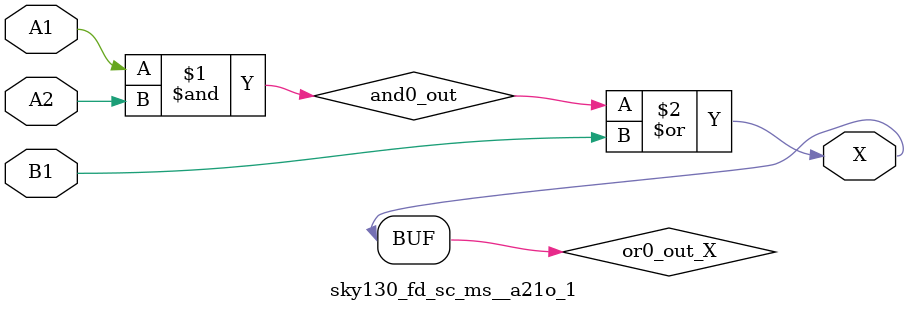
<source format=v>
/*
 * Copyright 2020 The SkyWater PDK Authors
 *
 * Licensed under the Apache License, Version 2.0 (the "License");
 * you may not use this file except in compliance with the License.
 * You may obtain a copy of the License at
 *
 *     https://www.apache.org/licenses/LICENSE-2.0
 *
 * Unless required by applicable law or agreed to in writing, software
 * distributed under the License is distributed on an "AS IS" BASIS,
 * WITHOUT WARRANTIES OR CONDITIONS OF ANY KIND, either express or implied.
 * See the License for the specific language governing permissions and
 * limitations under the License.
 *
 * SPDX-License-Identifier: Apache-2.0
*/


`ifndef SKY130_FD_SC_MS__A21O_1_FUNCTIONAL_V
`define SKY130_FD_SC_MS__A21O_1_FUNCTIONAL_V

/**
 * a21o: 2-input AND into first input of 2-input OR.
 *
 *       X = ((A1 & A2) | B1)
 *
 * Verilog simulation functional model.
 */

`timescale 1ns / 1ps
`default_nettype none

`celldefine
module sky130_fd_sc_ms__a21o_1 (
    X ,
    A1,
    A2,
    B1
);

    // Module ports
    output X ;
    input  A1;
    input  A2;
    input  B1;

    // Local signals
    wire and0_out ;
    wire or0_out_X;

    //  Name  Output     Other arguments
    and and0 (and0_out , A1, A2         );
    or  or0  (or0_out_X, and0_out, B1   );
    buf buf0 (X        , or0_out_X      );

endmodule
`endcelldefine

`default_nettype wire
`endif  // SKY130_FD_SC_MS__A21O_1_FUNCTIONAL_V

</source>
